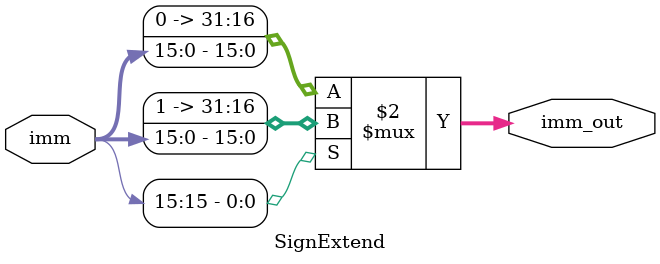
<source format=v>
module SignExtend(
	input [15:0] imm, 
	output [31:0] imm_out
);
	assign imm_out = ((imm[15] == 1'b0) ? 
		{16'b0, imm[15:0]} : {16'b1111_1111_1111_1111, imm[15:0]});
	
endmodule

</source>
